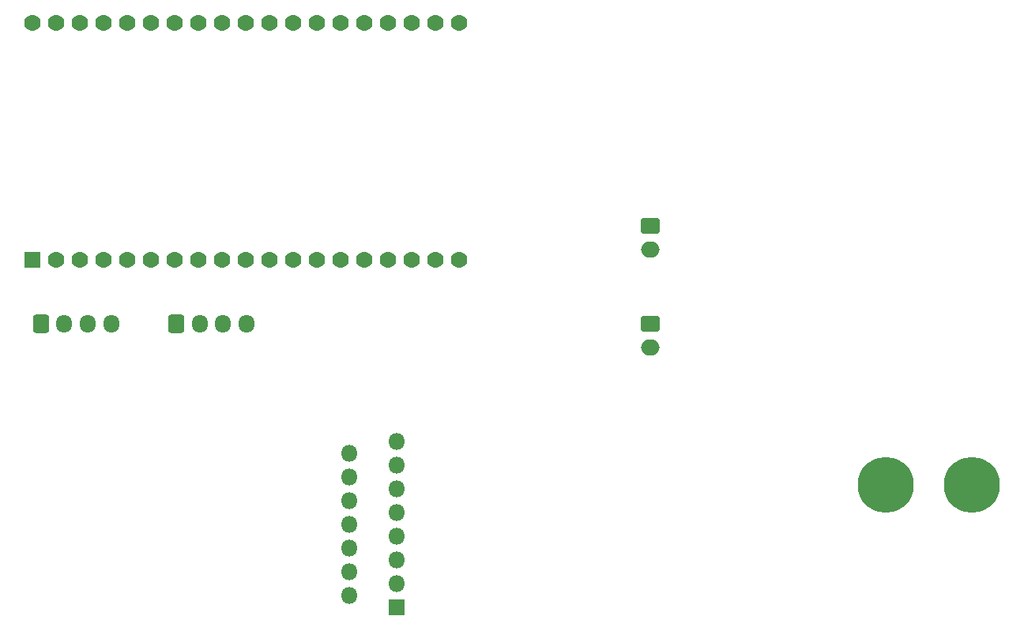
<source format=gbr>
%TF.GenerationSoftware,KiCad,Pcbnew,7.0.8*%
%TF.CreationDate,2024-03-30T18:50:20+07:00*%
%TF.ProjectId,2wd_control,3277645f-636f-46e7-9472-6f6c2e6b6963,rev?*%
%TF.SameCoordinates,Original*%
%TF.FileFunction,Soldermask,Bot*%
%TF.FilePolarity,Negative*%
%FSLAX46Y46*%
G04 Gerber Fmt 4.6, Leading zero omitted, Abs format (unit mm)*
G04 Created by KiCad (PCBNEW 7.0.8) date 2024-03-30 18:50:20*
%MOMM*%
%LPD*%
G01*
G04 APERTURE LIST*
G04 Aperture macros list*
%AMRoundRect*
0 Rectangle with rounded corners*
0 $1 Rounding radius*
0 $2 $3 $4 $5 $6 $7 $8 $9 X,Y pos of 4 corners*
0 Add a 4 corners polygon primitive as box body*
4,1,4,$2,$3,$4,$5,$6,$7,$8,$9,$2,$3,0*
0 Add four circle primitives for the rounded corners*
1,1,$1+$1,$2,$3*
1,1,$1+$1,$4,$5*
1,1,$1+$1,$6,$7*
1,1,$1+$1,$8,$9*
0 Add four rect primitives between the rounded corners*
20,1,$1+$1,$2,$3,$4,$5,0*
20,1,$1+$1,$4,$5,$6,$7,0*
20,1,$1+$1,$6,$7,$8,$9,0*
20,1,$1+$1,$8,$9,$2,$3,0*%
G04 Aperture macros list end*
%ADD10C,6.000000*%
%ADD11RoundRect,0.102000X0.780000X-0.780000X0.780000X0.780000X-0.780000X0.780000X-0.780000X-0.780000X0*%
%ADD12C,1.764000*%
%ADD13R,1.800000X1.800000*%
%ADD14O,1.800000X1.800000*%
%ADD15RoundRect,0.250000X-0.600000X-0.725000X0.600000X-0.725000X0.600000X0.725000X-0.600000X0.725000X0*%
%ADD16O,1.700000X1.950000*%
%ADD17RoundRect,0.250000X-0.750000X0.600000X-0.750000X-0.600000X0.750000X-0.600000X0.750000X0.600000X0*%
%ADD18O,2.000000X1.700000*%
G04 APERTURE END LIST*
D10*
%TO.C,12V1*%
X223000000Y-99250000D03*
%TD*%
D11*
%TO.C,U1*%
X122350000Y-75150000D03*
D12*
X124890000Y-75150000D03*
X127430000Y-75150000D03*
X129970000Y-75150000D03*
X132510000Y-75150000D03*
X135050000Y-75150000D03*
X137590000Y-75150000D03*
X140130000Y-75150000D03*
X142670000Y-75150000D03*
X145210000Y-75150000D03*
X147750000Y-75150000D03*
X150290000Y-75150000D03*
X152830000Y-75150000D03*
X155370000Y-75150000D03*
X157910000Y-75150000D03*
X160450000Y-75150000D03*
X162990000Y-75150000D03*
X165530000Y-75150000D03*
X168070000Y-75150000D03*
X122350000Y-49750000D03*
X124890000Y-49750000D03*
X127430000Y-49750000D03*
X129970000Y-49750000D03*
X132510000Y-49750000D03*
X135050000Y-49750000D03*
X137590000Y-49750000D03*
X140130000Y-49750000D03*
X142670000Y-49750000D03*
X145210000Y-49750000D03*
X147750000Y-49750000D03*
X150290000Y-49750000D03*
X152830000Y-49750000D03*
X155370000Y-49750000D03*
X157910000Y-49750000D03*
X160450000Y-49750000D03*
X162990000Y-49750000D03*
X165530000Y-49750000D03*
X168070000Y-49750000D03*
%TD*%
D13*
%TO.C,U2*%
X161325000Y-112395000D03*
D14*
X156245000Y-111125000D03*
X161325000Y-109855000D03*
X156245000Y-108585000D03*
X161325000Y-107315000D03*
X156245000Y-106045000D03*
X161325000Y-104775000D03*
X156245000Y-103505000D03*
X161325000Y-102235000D03*
X156245000Y-100965000D03*
X161325000Y-99695000D03*
X156245000Y-98425000D03*
X161325000Y-97155000D03*
X156245000Y-95885000D03*
X161325000Y-94615000D03*
%TD*%
D15*
%TO.C,Encoder0*%
X123250000Y-82000000D03*
D16*
X125750000Y-82000000D03*
X128250000Y-82000000D03*
X130750000Y-82000000D03*
%TD*%
D10*
%TO.C,GND1*%
X213750000Y-99250000D03*
%TD*%
D15*
%TO.C,Encoder1*%
X137750000Y-82000000D03*
D16*
X140250000Y-82000000D03*
X142750000Y-82000000D03*
X145250000Y-82000000D03*
%TD*%
D17*
%TO.C,MotorA1*%
X188500000Y-71500000D03*
D18*
X188500000Y-74000000D03*
%TD*%
D17*
%TO.C,MotorB1*%
X188500000Y-82000000D03*
D18*
X188500000Y-84500000D03*
%TD*%
M02*

</source>
